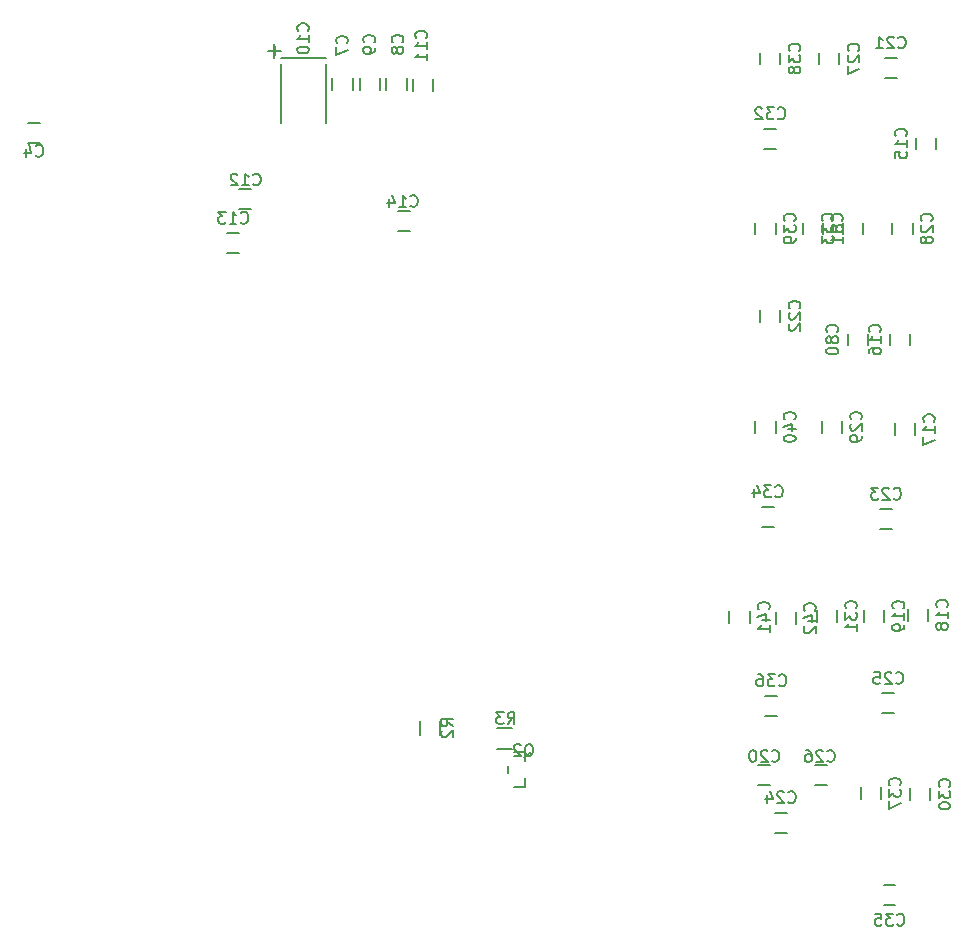
<source format=gbo>
%FSLAX46Y46*%
G04 Gerber Fmt 4.6, Leading zero omitted, Abs format (unit mm)*
G04 Created by KiCad (PCBNEW (2014-10-27 BZR 5228)-product) date 22/01/2015 08:27:09*
%MOMM*%
G01*
G04 APERTURE LIST*
%ADD10C,0.100000*%
%ADD11C,0.150000*%
G04 APERTURE END LIST*
D10*
D11*
X121353200Y-67982200D02*
X120353200Y-67982200D01*
X120353200Y-66282200D02*
X121353200Y-66282200D01*
X147839800Y-62479300D02*
X147839800Y-63479300D01*
X146139800Y-63479300D02*
X146139800Y-62479300D01*
X152411800Y-62479300D02*
X152411800Y-63479300D01*
X150711800Y-63479300D02*
X150711800Y-62479300D01*
X150163900Y-62479300D02*
X150163900Y-63479300D01*
X148463900Y-63479300D02*
X148463900Y-62479300D01*
X154659700Y-62555500D02*
X154659700Y-63555500D01*
X152959700Y-63555500D02*
X152959700Y-62555500D01*
X138200000Y-71850000D02*
X139200000Y-71850000D01*
X139200000Y-73550000D02*
X138200000Y-73550000D01*
X137231500Y-75578600D02*
X138231500Y-75578600D01*
X138231500Y-77278600D02*
X137231500Y-77278600D01*
X151722200Y-73711700D02*
X152722200Y-73711700D01*
X152722200Y-75411700D02*
X151722200Y-75411700D01*
X195550000Y-68500000D02*
X195550000Y-67500000D01*
X197250000Y-67500000D02*
X197250000Y-68500000D01*
X193350000Y-85100000D02*
X193350000Y-84100000D01*
X195050000Y-84100000D02*
X195050000Y-85100000D01*
X195450000Y-91700000D02*
X195450000Y-92700000D01*
X193750000Y-92700000D02*
X193750000Y-91700000D01*
X196550000Y-107400000D02*
X196550000Y-108400000D01*
X194850000Y-108400000D02*
X194850000Y-107400000D01*
X192850000Y-107500000D02*
X192850000Y-108500000D01*
X191150000Y-108500000D02*
X191150000Y-107500000D01*
X183200000Y-122350000D02*
X182200000Y-122350000D01*
X182200000Y-120650000D02*
X183200000Y-120650000D01*
X192900000Y-60750000D02*
X193900000Y-60750000D01*
X193900000Y-62450000D02*
X192900000Y-62450000D01*
X184050000Y-82100000D02*
X184050000Y-83100000D01*
X182350000Y-83100000D02*
X182350000Y-82100000D01*
X192500000Y-98950000D02*
X193500000Y-98950000D01*
X193500000Y-100650000D02*
X192500000Y-100650000D01*
X183600000Y-124650000D02*
X184600000Y-124650000D01*
X184600000Y-126350000D02*
X183600000Y-126350000D01*
X192700000Y-114550000D02*
X193700000Y-114550000D01*
X193700000Y-116250000D02*
X192700000Y-116250000D01*
X188000000Y-122350000D02*
X187000000Y-122350000D01*
X187000000Y-120650000D02*
X188000000Y-120650000D01*
X189050000Y-60300000D02*
X189050000Y-61300000D01*
X187350000Y-61300000D02*
X187350000Y-60300000D01*
X195250000Y-74700000D02*
X195250000Y-75700000D01*
X193550000Y-75700000D02*
X193550000Y-74700000D01*
X189250000Y-91500000D02*
X189250000Y-92500000D01*
X187550000Y-92500000D02*
X187550000Y-91500000D01*
X196750000Y-122600000D02*
X196750000Y-123600000D01*
X195050000Y-123600000D02*
X195050000Y-122600000D01*
X188850000Y-107500000D02*
X188850000Y-108500000D01*
X187150000Y-108500000D02*
X187150000Y-107500000D01*
X182700000Y-66750000D02*
X183700000Y-66750000D01*
X183700000Y-68450000D02*
X182700000Y-68450000D01*
X189350000Y-75700000D02*
X189350000Y-74700000D01*
X191050000Y-74700000D02*
X191050000Y-75700000D01*
X182500000Y-98750000D02*
X183500000Y-98750000D01*
X183500000Y-100450000D02*
X182500000Y-100450000D01*
X193806700Y-132510900D02*
X192806700Y-132510900D01*
X192806700Y-130810900D02*
X193806700Y-130810900D01*
X182800000Y-114750000D02*
X183800000Y-114750000D01*
X183800000Y-116450000D02*
X182800000Y-116450000D01*
X192550000Y-122500000D02*
X192550000Y-123500000D01*
X190850000Y-123500000D02*
X190850000Y-122500000D01*
X184050000Y-60300000D02*
X184050000Y-61300000D01*
X182350000Y-61300000D02*
X182350000Y-60300000D01*
X183650000Y-74700000D02*
X183650000Y-75700000D01*
X181950000Y-75700000D02*
X181950000Y-74700000D01*
X183650000Y-91500000D02*
X183650000Y-92500000D01*
X181950000Y-92500000D02*
X181950000Y-91500000D01*
X181450000Y-107600000D02*
X181450000Y-108600000D01*
X179750000Y-108600000D02*
X179750000Y-107600000D01*
X185350000Y-107700000D02*
X185350000Y-108700000D01*
X183650000Y-108700000D02*
X183650000Y-107700000D01*
X189750000Y-85100000D02*
X189750000Y-84100000D01*
X191450000Y-84100000D02*
X191450000Y-85100000D01*
X187650000Y-74700000D02*
X187650000Y-75700000D01*
X185950000Y-75700000D02*
X185950000Y-74700000D01*
X141775180Y-60741560D02*
X145575020Y-60741560D01*
X141775180Y-66240660D02*
X141775180Y-61241940D01*
X145575020Y-66238120D02*
X145575020Y-61239400D01*
X140672820Y-60139580D02*
X141772640Y-60139580D01*
X141173200Y-59540140D02*
X141173200Y-60739020D01*
X161500000Y-122500000D02*
X162400000Y-122500000D01*
X162400000Y-122500000D02*
X162400000Y-121700000D01*
X161500000Y-119500000D02*
X162400000Y-119500000D01*
X162400000Y-119500000D02*
X162400000Y-120300000D01*
X161000000Y-120700000D02*
X161000000Y-121300000D01*
X153525000Y-116900000D02*
X153525000Y-118100000D01*
X155275000Y-118100000D02*
X155275000Y-116900000D01*
X160100000Y-119275000D02*
X161300000Y-119275000D01*
X161300000Y-117525000D02*
X160100000Y-117525000D01*
X121030266Y-69010243D02*
X121077885Y-69057862D01*
X121220742Y-69105481D01*
X121315980Y-69105481D01*
X121458838Y-69057862D01*
X121554076Y-68962624D01*
X121601695Y-68867386D01*
X121649314Y-68676910D01*
X121649314Y-68534052D01*
X121601695Y-68343576D01*
X121554076Y-68248338D01*
X121458838Y-68153100D01*
X121315980Y-68105481D01*
X121220742Y-68105481D01*
X121077885Y-68153100D01*
X121030266Y-68200719D01*
X120173123Y-68438814D02*
X120173123Y-69105481D01*
X120411219Y-68057862D02*
X120649314Y-68772148D01*
X120030266Y-68772148D01*
X147357143Y-59533334D02*
X147404762Y-59485715D01*
X147452381Y-59342858D01*
X147452381Y-59247620D01*
X147404762Y-59104762D01*
X147309524Y-59009524D01*
X147214286Y-58961905D01*
X147023810Y-58914286D01*
X146880952Y-58914286D01*
X146690476Y-58961905D01*
X146595238Y-59009524D01*
X146500000Y-59104762D01*
X146452381Y-59247620D01*
X146452381Y-59342858D01*
X146500000Y-59485715D01*
X146547619Y-59533334D01*
X146452381Y-59866667D02*
X146452381Y-60533334D01*
X147452381Y-60104762D01*
X152057143Y-59433334D02*
X152104762Y-59385715D01*
X152152381Y-59242858D01*
X152152381Y-59147620D01*
X152104762Y-59004762D01*
X152009524Y-58909524D01*
X151914286Y-58861905D01*
X151723810Y-58814286D01*
X151580952Y-58814286D01*
X151390476Y-58861905D01*
X151295238Y-58909524D01*
X151200000Y-59004762D01*
X151152381Y-59147620D01*
X151152381Y-59242858D01*
X151200000Y-59385715D01*
X151247619Y-59433334D01*
X151580952Y-60004762D02*
X151533333Y-59909524D01*
X151485714Y-59861905D01*
X151390476Y-59814286D01*
X151342857Y-59814286D01*
X151247619Y-59861905D01*
X151200000Y-59909524D01*
X151152381Y-60004762D01*
X151152381Y-60195239D01*
X151200000Y-60290477D01*
X151247619Y-60338096D01*
X151342857Y-60385715D01*
X151390476Y-60385715D01*
X151485714Y-60338096D01*
X151533333Y-60290477D01*
X151580952Y-60195239D01*
X151580952Y-60004762D01*
X151628571Y-59909524D01*
X151676190Y-59861905D01*
X151771429Y-59814286D01*
X151961905Y-59814286D01*
X152057143Y-59861905D01*
X152104762Y-59909524D01*
X152152381Y-60004762D01*
X152152381Y-60195239D01*
X152104762Y-60290477D01*
X152057143Y-60338096D01*
X151961905Y-60385715D01*
X151771429Y-60385715D01*
X151676190Y-60338096D01*
X151628571Y-60290477D01*
X151580952Y-60195239D01*
X149657143Y-59433334D02*
X149704762Y-59385715D01*
X149752381Y-59242858D01*
X149752381Y-59147620D01*
X149704762Y-59004762D01*
X149609524Y-58909524D01*
X149514286Y-58861905D01*
X149323810Y-58814286D01*
X149180952Y-58814286D01*
X148990476Y-58861905D01*
X148895238Y-58909524D01*
X148800000Y-59004762D01*
X148752381Y-59147620D01*
X148752381Y-59242858D01*
X148800000Y-59385715D01*
X148847619Y-59433334D01*
X149752381Y-59909524D02*
X149752381Y-60100000D01*
X149704762Y-60195239D01*
X149657143Y-60242858D01*
X149514286Y-60338096D01*
X149323810Y-60385715D01*
X148942857Y-60385715D01*
X148847619Y-60338096D01*
X148800000Y-60290477D01*
X148752381Y-60195239D01*
X148752381Y-60004762D01*
X148800000Y-59909524D01*
X148847619Y-59861905D01*
X148942857Y-59814286D01*
X149180952Y-59814286D01*
X149276190Y-59861905D01*
X149323810Y-59909524D01*
X149371429Y-60004762D01*
X149371429Y-60195239D01*
X149323810Y-60290477D01*
X149276190Y-60338096D01*
X149180952Y-60385715D01*
X154057143Y-59057143D02*
X154104762Y-59009524D01*
X154152381Y-58866667D01*
X154152381Y-58771429D01*
X154104762Y-58628571D01*
X154009524Y-58533333D01*
X153914286Y-58485714D01*
X153723810Y-58438095D01*
X153580952Y-58438095D01*
X153390476Y-58485714D01*
X153295238Y-58533333D01*
X153200000Y-58628571D01*
X153152381Y-58771429D01*
X153152381Y-58866667D01*
X153200000Y-59009524D01*
X153247619Y-59057143D01*
X154152381Y-60009524D02*
X154152381Y-59438095D01*
X154152381Y-59723809D02*
X153152381Y-59723809D01*
X153295238Y-59628571D01*
X153390476Y-59533333D01*
X153438095Y-59438095D01*
X154152381Y-60961905D02*
X154152381Y-60390476D01*
X154152381Y-60676190D02*
X153152381Y-60676190D01*
X153295238Y-60580952D01*
X153390476Y-60485714D01*
X153438095Y-60390476D01*
X139429957Y-71452943D02*
X139477576Y-71500562D01*
X139620433Y-71548181D01*
X139715671Y-71548181D01*
X139858529Y-71500562D01*
X139953767Y-71405324D01*
X140001386Y-71310086D01*
X140049005Y-71119610D01*
X140049005Y-70976752D01*
X140001386Y-70786276D01*
X139953767Y-70691038D01*
X139858529Y-70595800D01*
X139715671Y-70548181D01*
X139620433Y-70548181D01*
X139477576Y-70595800D01*
X139429957Y-70643419D01*
X138477576Y-71548181D02*
X139049005Y-71548181D01*
X138763291Y-71548181D02*
X138763291Y-70548181D01*
X138858529Y-70691038D01*
X138953767Y-70786276D01*
X139049005Y-70833895D01*
X138096624Y-70643419D02*
X138049005Y-70595800D01*
X137953767Y-70548181D01*
X137715671Y-70548181D01*
X137620433Y-70595800D01*
X137572814Y-70643419D01*
X137525195Y-70738657D01*
X137525195Y-70833895D01*
X137572814Y-70976752D01*
X138144243Y-71548181D01*
X137525195Y-71548181D01*
X138374357Y-74685743D02*
X138421976Y-74733362D01*
X138564833Y-74780981D01*
X138660071Y-74780981D01*
X138802929Y-74733362D01*
X138898167Y-74638124D01*
X138945786Y-74542886D01*
X138993405Y-74352410D01*
X138993405Y-74209552D01*
X138945786Y-74019076D01*
X138898167Y-73923838D01*
X138802929Y-73828600D01*
X138660071Y-73780981D01*
X138564833Y-73780981D01*
X138421976Y-73828600D01*
X138374357Y-73876219D01*
X137421976Y-74780981D02*
X137993405Y-74780981D01*
X137707691Y-74780981D02*
X137707691Y-73780981D01*
X137802929Y-73923838D01*
X137898167Y-74019076D01*
X137993405Y-74066695D01*
X137088643Y-73780981D02*
X136469595Y-73780981D01*
X136802929Y-74161933D01*
X136660071Y-74161933D01*
X136564833Y-74209552D01*
X136517214Y-74257171D01*
X136469595Y-74352410D01*
X136469595Y-74590505D01*
X136517214Y-74685743D01*
X136564833Y-74733362D01*
X136660071Y-74780981D01*
X136945786Y-74780981D01*
X137041024Y-74733362D01*
X137088643Y-74685743D01*
X152738657Y-73288343D02*
X152786276Y-73335962D01*
X152929133Y-73383581D01*
X153024371Y-73383581D01*
X153167229Y-73335962D01*
X153262467Y-73240724D01*
X153310086Y-73145486D01*
X153357705Y-72955010D01*
X153357705Y-72812152D01*
X153310086Y-72621676D01*
X153262467Y-72526438D01*
X153167229Y-72431200D01*
X153024371Y-72383581D01*
X152929133Y-72383581D01*
X152786276Y-72431200D01*
X152738657Y-72478819D01*
X151786276Y-73383581D02*
X152357705Y-73383581D01*
X152071991Y-73383581D02*
X152071991Y-72383581D01*
X152167229Y-72526438D01*
X152262467Y-72621676D01*
X152357705Y-72669295D01*
X150929133Y-72716914D02*
X150929133Y-73383581D01*
X151167229Y-72335962D02*
X151405324Y-73050248D01*
X150786276Y-73050248D01*
X194657143Y-67357143D02*
X194704762Y-67309524D01*
X194752381Y-67166667D01*
X194752381Y-67071429D01*
X194704762Y-66928571D01*
X194609524Y-66833333D01*
X194514286Y-66785714D01*
X194323810Y-66738095D01*
X194180952Y-66738095D01*
X193990476Y-66785714D01*
X193895238Y-66833333D01*
X193800000Y-66928571D01*
X193752381Y-67071429D01*
X193752381Y-67166667D01*
X193800000Y-67309524D01*
X193847619Y-67357143D01*
X194752381Y-68309524D02*
X194752381Y-67738095D01*
X194752381Y-68023809D02*
X193752381Y-68023809D01*
X193895238Y-67928571D01*
X193990476Y-67833333D01*
X194038095Y-67738095D01*
X193752381Y-69214286D02*
X193752381Y-68738095D01*
X194228571Y-68690476D01*
X194180952Y-68738095D01*
X194133333Y-68833333D01*
X194133333Y-69071429D01*
X194180952Y-69166667D01*
X194228571Y-69214286D01*
X194323810Y-69261905D01*
X194561905Y-69261905D01*
X194657143Y-69214286D01*
X194704762Y-69166667D01*
X194752381Y-69071429D01*
X194752381Y-68833333D01*
X194704762Y-68738095D01*
X194657143Y-68690476D01*
X192457143Y-83957143D02*
X192504762Y-83909524D01*
X192552381Y-83766667D01*
X192552381Y-83671429D01*
X192504762Y-83528571D01*
X192409524Y-83433333D01*
X192314286Y-83385714D01*
X192123810Y-83338095D01*
X191980952Y-83338095D01*
X191790476Y-83385714D01*
X191695238Y-83433333D01*
X191600000Y-83528571D01*
X191552381Y-83671429D01*
X191552381Y-83766667D01*
X191600000Y-83909524D01*
X191647619Y-83957143D01*
X192552381Y-84909524D02*
X192552381Y-84338095D01*
X192552381Y-84623809D02*
X191552381Y-84623809D01*
X191695238Y-84528571D01*
X191790476Y-84433333D01*
X191838095Y-84338095D01*
X191552381Y-85766667D02*
X191552381Y-85576190D01*
X191600000Y-85480952D01*
X191647619Y-85433333D01*
X191790476Y-85338095D01*
X191980952Y-85290476D01*
X192361905Y-85290476D01*
X192457143Y-85338095D01*
X192504762Y-85385714D01*
X192552381Y-85480952D01*
X192552381Y-85671429D01*
X192504762Y-85766667D01*
X192457143Y-85814286D01*
X192361905Y-85861905D01*
X192123810Y-85861905D01*
X192028571Y-85814286D01*
X191980952Y-85766667D01*
X191933333Y-85671429D01*
X191933333Y-85480952D01*
X191980952Y-85385714D01*
X192028571Y-85338095D01*
X192123810Y-85290476D01*
X197057143Y-91557143D02*
X197104762Y-91509524D01*
X197152381Y-91366667D01*
X197152381Y-91271429D01*
X197104762Y-91128571D01*
X197009524Y-91033333D01*
X196914286Y-90985714D01*
X196723810Y-90938095D01*
X196580952Y-90938095D01*
X196390476Y-90985714D01*
X196295238Y-91033333D01*
X196200000Y-91128571D01*
X196152381Y-91271429D01*
X196152381Y-91366667D01*
X196200000Y-91509524D01*
X196247619Y-91557143D01*
X197152381Y-92509524D02*
X197152381Y-91938095D01*
X197152381Y-92223809D02*
X196152381Y-92223809D01*
X196295238Y-92128571D01*
X196390476Y-92033333D01*
X196438095Y-91938095D01*
X196152381Y-92842857D02*
X196152381Y-93509524D01*
X197152381Y-93080952D01*
X198157143Y-107257143D02*
X198204762Y-107209524D01*
X198252381Y-107066667D01*
X198252381Y-106971429D01*
X198204762Y-106828571D01*
X198109524Y-106733333D01*
X198014286Y-106685714D01*
X197823810Y-106638095D01*
X197680952Y-106638095D01*
X197490476Y-106685714D01*
X197395238Y-106733333D01*
X197300000Y-106828571D01*
X197252381Y-106971429D01*
X197252381Y-107066667D01*
X197300000Y-107209524D01*
X197347619Y-107257143D01*
X198252381Y-108209524D02*
X198252381Y-107638095D01*
X198252381Y-107923809D02*
X197252381Y-107923809D01*
X197395238Y-107828571D01*
X197490476Y-107733333D01*
X197538095Y-107638095D01*
X197680952Y-108780952D02*
X197633333Y-108685714D01*
X197585714Y-108638095D01*
X197490476Y-108590476D01*
X197442857Y-108590476D01*
X197347619Y-108638095D01*
X197300000Y-108685714D01*
X197252381Y-108780952D01*
X197252381Y-108971429D01*
X197300000Y-109066667D01*
X197347619Y-109114286D01*
X197442857Y-109161905D01*
X197490476Y-109161905D01*
X197585714Y-109114286D01*
X197633333Y-109066667D01*
X197680952Y-108971429D01*
X197680952Y-108780952D01*
X197728571Y-108685714D01*
X197776190Y-108638095D01*
X197871429Y-108590476D01*
X198061905Y-108590476D01*
X198157143Y-108638095D01*
X198204762Y-108685714D01*
X198252381Y-108780952D01*
X198252381Y-108971429D01*
X198204762Y-109066667D01*
X198157143Y-109114286D01*
X198061905Y-109161905D01*
X197871429Y-109161905D01*
X197776190Y-109114286D01*
X197728571Y-109066667D01*
X197680952Y-108971429D01*
X194457143Y-107357143D02*
X194504762Y-107309524D01*
X194552381Y-107166667D01*
X194552381Y-107071429D01*
X194504762Y-106928571D01*
X194409524Y-106833333D01*
X194314286Y-106785714D01*
X194123810Y-106738095D01*
X193980952Y-106738095D01*
X193790476Y-106785714D01*
X193695238Y-106833333D01*
X193600000Y-106928571D01*
X193552381Y-107071429D01*
X193552381Y-107166667D01*
X193600000Y-107309524D01*
X193647619Y-107357143D01*
X194552381Y-108309524D02*
X194552381Y-107738095D01*
X194552381Y-108023809D02*
X193552381Y-108023809D01*
X193695238Y-107928571D01*
X193790476Y-107833333D01*
X193838095Y-107738095D01*
X194552381Y-108785714D02*
X194552381Y-108976190D01*
X194504762Y-109071429D01*
X194457143Y-109119048D01*
X194314286Y-109214286D01*
X194123810Y-109261905D01*
X193742857Y-109261905D01*
X193647619Y-109214286D01*
X193600000Y-109166667D01*
X193552381Y-109071429D01*
X193552381Y-108880952D01*
X193600000Y-108785714D01*
X193647619Y-108738095D01*
X193742857Y-108690476D01*
X193980952Y-108690476D01*
X194076190Y-108738095D01*
X194123810Y-108785714D01*
X194171429Y-108880952D01*
X194171429Y-109071429D01*
X194123810Y-109166667D01*
X194076190Y-109214286D01*
X193980952Y-109261905D01*
X183342857Y-120257143D02*
X183390476Y-120304762D01*
X183533333Y-120352381D01*
X183628571Y-120352381D01*
X183771429Y-120304762D01*
X183866667Y-120209524D01*
X183914286Y-120114286D01*
X183961905Y-119923810D01*
X183961905Y-119780952D01*
X183914286Y-119590476D01*
X183866667Y-119495238D01*
X183771429Y-119400000D01*
X183628571Y-119352381D01*
X183533333Y-119352381D01*
X183390476Y-119400000D01*
X183342857Y-119447619D01*
X182961905Y-119447619D02*
X182914286Y-119400000D01*
X182819048Y-119352381D01*
X182580952Y-119352381D01*
X182485714Y-119400000D01*
X182438095Y-119447619D01*
X182390476Y-119542857D01*
X182390476Y-119638095D01*
X182438095Y-119780952D01*
X183009524Y-120352381D01*
X182390476Y-120352381D01*
X181771429Y-119352381D02*
X181676190Y-119352381D01*
X181580952Y-119400000D01*
X181533333Y-119447619D01*
X181485714Y-119542857D01*
X181438095Y-119733333D01*
X181438095Y-119971429D01*
X181485714Y-120161905D01*
X181533333Y-120257143D01*
X181580952Y-120304762D01*
X181676190Y-120352381D01*
X181771429Y-120352381D01*
X181866667Y-120304762D01*
X181914286Y-120257143D01*
X181961905Y-120161905D01*
X182009524Y-119971429D01*
X182009524Y-119733333D01*
X181961905Y-119542857D01*
X181914286Y-119447619D01*
X181866667Y-119400000D01*
X181771429Y-119352381D01*
X194042857Y-59857143D02*
X194090476Y-59904762D01*
X194233333Y-59952381D01*
X194328571Y-59952381D01*
X194471429Y-59904762D01*
X194566667Y-59809524D01*
X194614286Y-59714286D01*
X194661905Y-59523810D01*
X194661905Y-59380952D01*
X194614286Y-59190476D01*
X194566667Y-59095238D01*
X194471429Y-59000000D01*
X194328571Y-58952381D01*
X194233333Y-58952381D01*
X194090476Y-59000000D01*
X194042857Y-59047619D01*
X193661905Y-59047619D02*
X193614286Y-59000000D01*
X193519048Y-58952381D01*
X193280952Y-58952381D01*
X193185714Y-59000000D01*
X193138095Y-59047619D01*
X193090476Y-59142857D01*
X193090476Y-59238095D01*
X193138095Y-59380952D01*
X193709524Y-59952381D01*
X193090476Y-59952381D01*
X192138095Y-59952381D02*
X192709524Y-59952381D01*
X192423810Y-59952381D02*
X192423810Y-58952381D01*
X192519048Y-59095238D01*
X192614286Y-59190476D01*
X192709524Y-59238095D01*
X185657143Y-81957143D02*
X185704762Y-81909524D01*
X185752381Y-81766667D01*
X185752381Y-81671429D01*
X185704762Y-81528571D01*
X185609524Y-81433333D01*
X185514286Y-81385714D01*
X185323810Y-81338095D01*
X185180952Y-81338095D01*
X184990476Y-81385714D01*
X184895238Y-81433333D01*
X184800000Y-81528571D01*
X184752381Y-81671429D01*
X184752381Y-81766667D01*
X184800000Y-81909524D01*
X184847619Y-81957143D01*
X184847619Y-82338095D02*
X184800000Y-82385714D01*
X184752381Y-82480952D01*
X184752381Y-82719048D01*
X184800000Y-82814286D01*
X184847619Y-82861905D01*
X184942857Y-82909524D01*
X185038095Y-82909524D01*
X185180952Y-82861905D01*
X185752381Y-82290476D01*
X185752381Y-82909524D01*
X184847619Y-83290476D02*
X184800000Y-83338095D01*
X184752381Y-83433333D01*
X184752381Y-83671429D01*
X184800000Y-83766667D01*
X184847619Y-83814286D01*
X184942857Y-83861905D01*
X185038095Y-83861905D01*
X185180952Y-83814286D01*
X185752381Y-83242857D01*
X185752381Y-83861905D01*
X193642857Y-98057143D02*
X193690476Y-98104762D01*
X193833333Y-98152381D01*
X193928571Y-98152381D01*
X194071429Y-98104762D01*
X194166667Y-98009524D01*
X194214286Y-97914286D01*
X194261905Y-97723810D01*
X194261905Y-97580952D01*
X194214286Y-97390476D01*
X194166667Y-97295238D01*
X194071429Y-97200000D01*
X193928571Y-97152381D01*
X193833333Y-97152381D01*
X193690476Y-97200000D01*
X193642857Y-97247619D01*
X193261905Y-97247619D02*
X193214286Y-97200000D01*
X193119048Y-97152381D01*
X192880952Y-97152381D01*
X192785714Y-97200000D01*
X192738095Y-97247619D01*
X192690476Y-97342857D01*
X192690476Y-97438095D01*
X192738095Y-97580952D01*
X193309524Y-98152381D01*
X192690476Y-98152381D01*
X192357143Y-97152381D02*
X191738095Y-97152381D01*
X192071429Y-97533333D01*
X191928571Y-97533333D01*
X191833333Y-97580952D01*
X191785714Y-97628571D01*
X191738095Y-97723810D01*
X191738095Y-97961905D01*
X191785714Y-98057143D01*
X191833333Y-98104762D01*
X191928571Y-98152381D01*
X192214286Y-98152381D01*
X192309524Y-98104762D01*
X192357143Y-98057143D01*
X184742857Y-123757143D02*
X184790476Y-123804762D01*
X184933333Y-123852381D01*
X185028571Y-123852381D01*
X185171429Y-123804762D01*
X185266667Y-123709524D01*
X185314286Y-123614286D01*
X185361905Y-123423810D01*
X185361905Y-123280952D01*
X185314286Y-123090476D01*
X185266667Y-122995238D01*
X185171429Y-122900000D01*
X185028571Y-122852381D01*
X184933333Y-122852381D01*
X184790476Y-122900000D01*
X184742857Y-122947619D01*
X184361905Y-122947619D02*
X184314286Y-122900000D01*
X184219048Y-122852381D01*
X183980952Y-122852381D01*
X183885714Y-122900000D01*
X183838095Y-122947619D01*
X183790476Y-123042857D01*
X183790476Y-123138095D01*
X183838095Y-123280952D01*
X184409524Y-123852381D01*
X183790476Y-123852381D01*
X182933333Y-123185714D02*
X182933333Y-123852381D01*
X183171429Y-122804762D02*
X183409524Y-123519048D01*
X182790476Y-123519048D01*
X193842857Y-113657143D02*
X193890476Y-113704762D01*
X194033333Y-113752381D01*
X194128571Y-113752381D01*
X194271429Y-113704762D01*
X194366667Y-113609524D01*
X194414286Y-113514286D01*
X194461905Y-113323810D01*
X194461905Y-113180952D01*
X194414286Y-112990476D01*
X194366667Y-112895238D01*
X194271429Y-112800000D01*
X194128571Y-112752381D01*
X194033333Y-112752381D01*
X193890476Y-112800000D01*
X193842857Y-112847619D01*
X193461905Y-112847619D02*
X193414286Y-112800000D01*
X193319048Y-112752381D01*
X193080952Y-112752381D01*
X192985714Y-112800000D01*
X192938095Y-112847619D01*
X192890476Y-112942857D01*
X192890476Y-113038095D01*
X192938095Y-113180952D01*
X193509524Y-113752381D01*
X192890476Y-113752381D01*
X191985714Y-112752381D02*
X192461905Y-112752381D01*
X192509524Y-113228571D01*
X192461905Y-113180952D01*
X192366667Y-113133333D01*
X192128571Y-113133333D01*
X192033333Y-113180952D01*
X191985714Y-113228571D01*
X191938095Y-113323810D01*
X191938095Y-113561905D01*
X191985714Y-113657143D01*
X192033333Y-113704762D01*
X192128571Y-113752381D01*
X192366667Y-113752381D01*
X192461905Y-113704762D01*
X192509524Y-113657143D01*
X188042857Y-120257143D02*
X188090476Y-120304762D01*
X188233333Y-120352381D01*
X188328571Y-120352381D01*
X188471429Y-120304762D01*
X188566667Y-120209524D01*
X188614286Y-120114286D01*
X188661905Y-119923810D01*
X188661905Y-119780952D01*
X188614286Y-119590476D01*
X188566667Y-119495238D01*
X188471429Y-119400000D01*
X188328571Y-119352381D01*
X188233333Y-119352381D01*
X188090476Y-119400000D01*
X188042857Y-119447619D01*
X187661905Y-119447619D02*
X187614286Y-119400000D01*
X187519048Y-119352381D01*
X187280952Y-119352381D01*
X187185714Y-119400000D01*
X187138095Y-119447619D01*
X187090476Y-119542857D01*
X187090476Y-119638095D01*
X187138095Y-119780952D01*
X187709524Y-120352381D01*
X187090476Y-120352381D01*
X186233333Y-119352381D02*
X186423810Y-119352381D01*
X186519048Y-119400000D01*
X186566667Y-119447619D01*
X186661905Y-119590476D01*
X186709524Y-119780952D01*
X186709524Y-120161905D01*
X186661905Y-120257143D01*
X186614286Y-120304762D01*
X186519048Y-120352381D01*
X186328571Y-120352381D01*
X186233333Y-120304762D01*
X186185714Y-120257143D01*
X186138095Y-120161905D01*
X186138095Y-119923810D01*
X186185714Y-119828571D01*
X186233333Y-119780952D01*
X186328571Y-119733333D01*
X186519048Y-119733333D01*
X186614286Y-119780952D01*
X186661905Y-119828571D01*
X186709524Y-119923810D01*
X190657143Y-60157143D02*
X190704762Y-60109524D01*
X190752381Y-59966667D01*
X190752381Y-59871429D01*
X190704762Y-59728571D01*
X190609524Y-59633333D01*
X190514286Y-59585714D01*
X190323810Y-59538095D01*
X190180952Y-59538095D01*
X189990476Y-59585714D01*
X189895238Y-59633333D01*
X189800000Y-59728571D01*
X189752381Y-59871429D01*
X189752381Y-59966667D01*
X189800000Y-60109524D01*
X189847619Y-60157143D01*
X189847619Y-60538095D02*
X189800000Y-60585714D01*
X189752381Y-60680952D01*
X189752381Y-60919048D01*
X189800000Y-61014286D01*
X189847619Y-61061905D01*
X189942857Y-61109524D01*
X190038095Y-61109524D01*
X190180952Y-61061905D01*
X190752381Y-60490476D01*
X190752381Y-61109524D01*
X189752381Y-61442857D02*
X189752381Y-62109524D01*
X190752381Y-61680952D01*
X196857143Y-74557143D02*
X196904762Y-74509524D01*
X196952381Y-74366667D01*
X196952381Y-74271429D01*
X196904762Y-74128571D01*
X196809524Y-74033333D01*
X196714286Y-73985714D01*
X196523810Y-73938095D01*
X196380952Y-73938095D01*
X196190476Y-73985714D01*
X196095238Y-74033333D01*
X196000000Y-74128571D01*
X195952381Y-74271429D01*
X195952381Y-74366667D01*
X196000000Y-74509524D01*
X196047619Y-74557143D01*
X196047619Y-74938095D02*
X196000000Y-74985714D01*
X195952381Y-75080952D01*
X195952381Y-75319048D01*
X196000000Y-75414286D01*
X196047619Y-75461905D01*
X196142857Y-75509524D01*
X196238095Y-75509524D01*
X196380952Y-75461905D01*
X196952381Y-74890476D01*
X196952381Y-75509524D01*
X196380952Y-76080952D02*
X196333333Y-75985714D01*
X196285714Y-75938095D01*
X196190476Y-75890476D01*
X196142857Y-75890476D01*
X196047619Y-75938095D01*
X196000000Y-75985714D01*
X195952381Y-76080952D01*
X195952381Y-76271429D01*
X196000000Y-76366667D01*
X196047619Y-76414286D01*
X196142857Y-76461905D01*
X196190476Y-76461905D01*
X196285714Y-76414286D01*
X196333333Y-76366667D01*
X196380952Y-76271429D01*
X196380952Y-76080952D01*
X196428571Y-75985714D01*
X196476190Y-75938095D01*
X196571429Y-75890476D01*
X196761905Y-75890476D01*
X196857143Y-75938095D01*
X196904762Y-75985714D01*
X196952381Y-76080952D01*
X196952381Y-76271429D01*
X196904762Y-76366667D01*
X196857143Y-76414286D01*
X196761905Y-76461905D01*
X196571429Y-76461905D01*
X196476190Y-76414286D01*
X196428571Y-76366667D01*
X196380952Y-76271429D01*
X190857143Y-91357143D02*
X190904762Y-91309524D01*
X190952381Y-91166667D01*
X190952381Y-91071429D01*
X190904762Y-90928571D01*
X190809524Y-90833333D01*
X190714286Y-90785714D01*
X190523810Y-90738095D01*
X190380952Y-90738095D01*
X190190476Y-90785714D01*
X190095238Y-90833333D01*
X190000000Y-90928571D01*
X189952381Y-91071429D01*
X189952381Y-91166667D01*
X190000000Y-91309524D01*
X190047619Y-91357143D01*
X190047619Y-91738095D02*
X190000000Y-91785714D01*
X189952381Y-91880952D01*
X189952381Y-92119048D01*
X190000000Y-92214286D01*
X190047619Y-92261905D01*
X190142857Y-92309524D01*
X190238095Y-92309524D01*
X190380952Y-92261905D01*
X190952381Y-91690476D01*
X190952381Y-92309524D01*
X190952381Y-92785714D02*
X190952381Y-92976190D01*
X190904762Y-93071429D01*
X190857143Y-93119048D01*
X190714286Y-93214286D01*
X190523810Y-93261905D01*
X190142857Y-93261905D01*
X190047619Y-93214286D01*
X190000000Y-93166667D01*
X189952381Y-93071429D01*
X189952381Y-92880952D01*
X190000000Y-92785714D01*
X190047619Y-92738095D01*
X190142857Y-92690476D01*
X190380952Y-92690476D01*
X190476190Y-92738095D01*
X190523810Y-92785714D01*
X190571429Y-92880952D01*
X190571429Y-93071429D01*
X190523810Y-93166667D01*
X190476190Y-93214286D01*
X190380952Y-93261905D01*
X198357143Y-122457143D02*
X198404762Y-122409524D01*
X198452381Y-122266667D01*
X198452381Y-122171429D01*
X198404762Y-122028571D01*
X198309524Y-121933333D01*
X198214286Y-121885714D01*
X198023810Y-121838095D01*
X197880952Y-121838095D01*
X197690476Y-121885714D01*
X197595238Y-121933333D01*
X197500000Y-122028571D01*
X197452381Y-122171429D01*
X197452381Y-122266667D01*
X197500000Y-122409524D01*
X197547619Y-122457143D01*
X197452381Y-122790476D02*
X197452381Y-123409524D01*
X197833333Y-123076190D01*
X197833333Y-123219048D01*
X197880952Y-123314286D01*
X197928571Y-123361905D01*
X198023810Y-123409524D01*
X198261905Y-123409524D01*
X198357143Y-123361905D01*
X198404762Y-123314286D01*
X198452381Y-123219048D01*
X198452381Y-122933333D01*
X198404762Y-122838095D01*
X198357143Y-122790476D01*
X197452381Y-124028571D02*
X197452381Y-124123810D01*
X197500000Y-124219048D01*
X197547619Y-124266667D01*
X197642857Y-124314286D01*
X197833333Y-124361905D01*
X198071429Y-124361905D01*
X198261905Y-124314286D01*
X198357143Y-124266667D01*
X198404762Y-124219048D01*
X198452381Y-124123810D01*
X198452381Y-124028571D01*
X198404762Y-123933333D01*
X198357143Y-123885714D01*
X198261905Y-123838095D01*
X198071429Y-123790476D01*
X197833333Y-123790476D01*
X197642857Y-123838095D01*
X197547619Y-123885714D01*
X197500000Y-123933333D01*
X197452381Y-124028571D01*
X190457143Y-107357143D02*
X190504762Y-107309524D01*
X190552381Y-107166667D01*
X190552381Y-107071429D01*
X190504762Y-106928571D01*
X190409524Y-106833333D01*
X190314286Y-106785714D01*
X190123810Y-106738095D01*
X189980952Y-106738095D01*
X189790476Y-106785714D01*
X189695238Y-106833333D01*
X189600000Y-106928571D01*
X189552381Y-107071429D01*
X189552381Y-107166667D01*
X189600000Y-107309524D01*
X189647619Y-107357143D01*
X189552381Y-107690476D02*
X189552381Y-108309524D01*
X189933333Y-107976190D01*
X189933333Y-108119048D01*
X189980952Y-108214286D01*
X190028571Y-108261905D01*
X190123810Y-108309524D01*
X190361905Y-108309524D01*
X190457143Y-108261905D01*
X190504762Y-108214286D01*
X190552381Y-108119048D01*
X190552381Y-107833333D01*
X190504762Y-107738095D01*
X190457143Y-107690476D01*
X190552381Y-109261905D02*
X190552381Y-108690476D01*
X190552381Y-108976190D02*
X189552381Y-108976190D01*
X189695238Y-108880952D01*
X189790476Y-108785714D01*
X189838095Y-108690476D01*
X183842857Y-65857143D02*
X183890476Y-65904762D01*
X184033333Y-65952381D01*
X184128571Y-65952381D01*
X184271429Y-65904762D01*
X184366667Y-65809524D01*
X184414286Y-65714286D01*
X184461905Y-65523810D01*
X184461905Y-65380952D01*
X184414286Y-65190476D01*
X184366667Y-65095238D01*
X184271429Y-65000000D01*
X184128571Y-64952381D01*
X184033333Y-64952381D01*
X183890476Y-65000000D01*
X183842857Y-65047619D01*
X183509524Y-64952381D02*
X182890476Y-64952381D01*
X183223810Y-65333333D01*
X183080952Y-65333333D01*
X182985714Y-65380952D01*
X182938095Y-65428571D01*
X182890476Y-65523810D01*
X182890476Y-65761905D01*
X182938095Y-65857143D01*
X182985714Y-65904762D01*
X183080952Y-65952381D01*
X183366667Y-65952381D01*
X183461905Y-65904762D01*
X183509524Y-65857143D01*
X182509524Y-65047619D02*
X182461905Y-65000000D01*
X182366667Y-64952381D01*
X182128571Y-64952381D01*
X182033333Y-65000000D01*
X181985714Y-65047619D01*
X181938095Y-65142857D01*
X181938095Y-65238095D01*
X181985714Y-65380952D01*
X182557143Y-65952381D01*
X181938095Y-65952381D01*
X188457143Y-74557143D02*
X188504762Y-74509524D01*
X188552381Y-74366667D01*
X188552381Y-74271429D01*
X188504762Y-74128571D01*
X188409524Y-74033333D01*
X188314286Y-73985714D01*
X188123810Y-73938095D01*
X187980952Y-73938095D01*
X187790476Y-73985714D01*
X187695238Y-74033333D01*
X187600000Y-74128571D01*
X187552381Y-74271429D01*
X187552381Y-74366667D01*
X187600000Y-74509524D01*
X187647619Y-74557143D01*
X187552381Y-74890476D02*
X187552381Y-75509524D01*
X187933333Y-75176190D01*
X187933333Y-75319048D01*
X187980952Y-75414286D01*
X188028571Y-75461905D01*
X188123810Y-75509524D01*
X188361905Y-75509524D01*
X188457143Y-75461905D01*
X188504762Y-75414286D01*
X188552381Y-75319048D01*
X188552381Y-75033333D01*
X188504762Y-74938095D01*
X188457143Y-74890476D01*
X187552381Y-75842857D02*
X187552381Y-76461905D01*
X187933333Y-76128571D01*
X187933333Y-76271429D01*
X187980952Y-76366667D01*
X188028571Y-76414286D01*
X188123810Y-76461905D01*
X188361905Y-76461905D01*
X188457143Y-76414286D01*
X188504762Y-76366667D01*
X188552381Y-76271429D01*
X188552381Y-75985714D01*
X188504762Y-75890476D01*
X188457143Y-75842857D01*
X183642857Y-97857143D02*
X183690476Y-97904762D01*
X183833333Y-97952381D01*
X183928571Y-97952381D01*
X184071429Y-97904762D01*
X184166667Y-97809524D01*
X184214286Y-97714286D01*
X184261905Y-97523810D01*
X184261905Y-97380952D01*
X184214286Y-97190476D01*
X184166667Y-97095238D01*
X184071429Y-97000000D01*
X183928571Y-96952381D01*
X183833333Y-96952381D01*
X183690476Y-97000000D01*
X183642857Y-97047619D01*
X183309524Y-96952381D02*
X182690476Y-96952381D01*
X183023810Y-97333333D01*
X182880952Y-97333333D01*
X182785714Y-97380952D01*
X182738095Y-97428571D01*
X182690476Y-97523810D01*
X182690476Y-97761905D01*
X182738095Y-97857143D01*
X182785714Y-97904762D01*
X182880952Y-97952381D01*
X183166667Y-97952381D01*
X183261905Y-97904762D01*
X183309524Y-97857143D01*
X181833333Y-97285714D02*
X181833333Y-97952381D01*
X182071429Y-96904762D02*
X182309524Y-97619048D01*
X181690476Y-97619048D01*
X193949557Y-134118043D02*
X193997176Y-134165662D01*
X194140033Y-134213281D01*
X194235271Y-134213281D01*
X194378129Y-134165662D01*
X194473367Y-134070424D01*
X194520986Y-133975186D01*
X194568605Y-133784710D01*
X194568605Y-133641852D01*
X194520986Y-133451376D01*
X194473367Y-133356138D01*
X194378129Y-133260900D01*
X194235271Y-133213281D01*
X194140033Y-133213281D01*
X193997176Y-133260900D01*
X193949557Y-133308519D01*
X193616224Y-133213281D02*
X192997176Y-133213281D01*
X193330510Y-133594233D01*
X193187652Y-133594233D01*
X193092414Y-133641852D01*
X193044795Y-133689471D01*
X192997176Y-133784710D01*
X192997176Y-134022805D01*
X193044795Y-134118043D01*
X193092414Y-134165662D01*
X193187652Y-134213281D01*
X193473367Y-134213281D01*
X193568605Y-134165662D01*
X193616224Y-134118043D01*
X192092414Y-133213281D02*
X192568605Y-133213281D01*
X192616224Y-133689471D01*
X192568605Y-133641852D01*
X192473367Y-133594233D01*
X192235271Y-133594233D01*
X192140033Y-133641852D01*
X192092414Y-133689471D01*
X192044795Y-133784710D01*
X192044795Y-134022805D01*
X192092414Y-134118043D01*
X192140033Y-134165662D01*
X192235271Y-134213281D01*
X192473367Y-134213281D01*
X192568605Y-134165662D01*
X192616224Y-134118043D01*
X183942857Y-113857143D02*
X183990476Y-113904762D01*
X184133333Y-113952381D01*
X184228571Y-113952381D01*
X184371429Y-113904762D01*
X184466667Y-113809524D01*
X184514286Y-113714286D01*
X184561905Y-113523810D01*
X184561905Y-113380952D01*
X184514286Y-113190476D01*
X184466667Y-113095238D01*
X184371429Y-113000000D01*
X184228571Y-112952381D01*
X184133333Y-112952381D01*
X183990476Y-113000000D01*
X183942857Y-113047619D01*
X183609524Y-112952381D02*
X182990476Y-112952381D01*
X183323810Y-113333333D01*
X183180952Y-113333333D01*
X183085714Y-113380952D01*
X183038095Y-113428571D01*
X182990476Y-113523810D01*
X182990476Y-113761905D01*
X183038095Y-113857143D01*
X183085714Y-113904762D01*
X183180952Y-113952381D01*
X183466667Y-113952381D01*
X183561905Y-113904762D01*
X183609524Y-113857143D01*
X182133333Y-112952381D02*
X182323810Y-112952381D01*
X182419048Y-113000000D01*
X182466667Y-113047619D01*
X182561905Y-113190476D01*
X182609524Y-113380952D01*
X182609524Y-113761905D01*
X182561905Y-113857143D01*
X182514286Y-113904762D01*
X182419048Y-113952381D01*
X182228571Y-113952381D01*
X182133333Y-113904762D01*
X182085714Y-113857143D01*
X182038095Y-113761905D01*
X182038095Y-113523810D01*
X182085714Y-113428571D01*
X182133333Y-113380952D01*
X182228571Y-113333333D01*
X182419048Y-113333333D01*
X182514286Y-113380952D01*
X182561905Y-113428571D01*
X182609524Y-113523810D01*
X194157143Y-122357143D02*
X194204762Y-122309524D01*
X194252381Y-122166667D01*
X194252381Y-122071429D01*
X194204762Y-121928571D01*
X194109524Y-121833333D01*
X194014286Y-121785714D01*
X193823810Y-121738095D01*
X193680952Y-121738095D01*
X193490476Y-121785714D01*
X193395238Y-121833333D01*
X193300000Y-121928571D01*
X193252381Y-122071429D01*
X193252381Y-122166667D01*
X193300000Y-122309524D01*
X193347619Y-122357143D01*
X193252381Y-122690476D02*
X193252381Y-123309524D01*
X193633333Y-122976190D01*
X193633333Y-123119048D01*
X193680952Y-123214286D01*
X193728571Y-123261905D01*
X193823810Y-123309524D01*
X194061905Y-123309524D01*
X194157143Y-123261905D01*
X194204762Y-123214286D01*
X194252381Y-123119048D01*
X194252381Y-122833333D01*
X194204762Y-122738095D01*
X194157143Y-122690476D01*
X193252381Y-123642857D02*
X193252381Y-124309524D01*
X194252381Y-123880952D01*
X185657143Y-60157143D02*
X185704762Y-60109524D01*
X185752381Y-59966667D01*
X185752381Y-59871429D01*
X185704762Y-59728571D01*
X185609524Y-59633333D01*
X185514286Y-59585714D01*
X185323810Y-59538095D01*
X185180952Y-59538095D01*
X184990476Y-59585714D01*
X184895238Y-59633333D01*
X184800000Y-59728571D01*
X184752381Y-59871429D01*
X184752381Y-59966667D01*
X184800000Y-60109524D01*
X184847619Y-60157143D01*
X184752381Y-60490476D02*
X184752381Y-61109524D01*
X185133333Y-60776190D01*
X185133333Y-60919048D01*
X185180952Y-61014286D01*
X185228571Y-61061905D01*
X185323810Y-61109524D01*
X185561905Y-61109524D01*
X185657143Y-61061905D01*
X185704762Y-61014286D01*
X185752381Y-60919048D01*
X185752381Y-60633333D01*
X185704762Y-60538095D01*
X185657143Y-60490476D01*
X185180952Y-61680952D02*
X185133333Y-61585714D01*
X185085714Y-61538095D01*
X184990476Y-61490476D01*
X184942857Y-61490476D01*
X184847619Y-61538095D01*
X184800000Y-61585714D01*
X184752381Y-61680952D01*
X184752381Y-61871429D01*
X184800000Y-61966667D01*
X184847619Y-62014286D01*
X184942857Y-62061905D01*
X184990476Y-62061905D01*
X185085714Y-62014286D01*
X185133333Y-61966667D01*
X185180952Y-61871429D01*
X185180952Y-61680952D01*
X185228571Y-61585714D01*
X185276190Y-61538095D01*
X185371429Y-61490476D01*
X185561905Y-61490476D01*
X185657143Y-61538095D01*
X185704762Y-61585714D01*
X185752381Y-61680952D01*
X185752381Y-61871429D01*
X185704762Y-61966667D01*
X185657143Y-62014286D01*
X185561905Y-62061905D01*
X185371429Y-62061905D01*
X185276190Y-62014286D01*
X185228571Y-61966667D01*
X185180952Y-61871429D01*
X185257143Y-74557143D02*
X185304762Y-74509524D01*
X185352381Y-74366667D01*
X185352381Y-74271429D01*
X185304762Y-74128571D01*
X185209524Y-74033333D01*
X185114286Y-73985714D01*
X184923810Y-73938095D01*
X184780952Y-73938095D01*
X184590476Y-73985714D01*
X184495238Y-74033333D01*
X184400000Y-74128571D01*
X184352381Y-74271429D01*
X184352381Y-74366667D01*
X184400000Y-74509524D01*
X184447619Y-74557143D01*
X184352381Y-74890476D02*
X184352381Y-75509524D01*
X184733333Y-75176190D01*
X184733333Y-75319048D01*
X184780952Y-75414286D01*
X184828571Y-75461905D01*
X184923810Y-75509524D01*
X185161905Y-75509524D01*
X185257143Y-75461905D01*
X185304762Y-75414286D01*
X185352381Y-75319048D01*
X185352381Y-75033333D01*
X185304762Y-74938095D01*
X185257143Y-74890476D01*
X185352381Y-75985714D02*
X185352381Y-76176190D01*
X185304762Y-76271429D01*
X185257143Y-76319048D01*
X185114286Y-76414286D01*
X184923810Y-76461905D01*
X184542857Y-76461905D01*
X184447619Y-76414286D01*
X184400000Y-76366667D01*
X184352381Y-76271429D01*
X184352381Y-76080952D01*
X184400000Y-75985714D01*
X184447619Y-75938095D01*
X184542857Y-75890476D01*
X184780952Y-75890476D01*
X184876190Y-75938095D01*
X184923810Y-75985714D01*
X184971429Y-76080952D01*
X184971429Y-76271429D01*
X184923810Y-76366667D01*
X184876190Y-76414286D01*
X184780952Y-76461905D01*
X185257143Y-91357143D02*
X185304762Y-91309524D01*
X185352381Y-91166667D01*
X185352381Y-91071429D01*
X185304762Y-90928571D01*
X185209524Y-90833333D01*
X185114286Y-90785714D01*
X184923810Y-90738095D01*
X184780952Y-90738095D01*
X184590476Y-90785714D01*
X184495238Y-90833333D01*
X184400000Y-90928571D01*
X184352381Y-91071429D01*
X184352381Y-91166667D01*
X184400000Y-91309524D01*
X184447619Y-91357143D01*
X184685714Y-92214286D02*
X185352381Y-92214286D01*
X184304762Y-91976190D02*
X185019048Y-91738095D01*
X185019048Y-92357143D01*
X184352381Y-92928571D02*
X184352381Y-93023810D01*
X184400000Y-93119048D01*
X184447619Y-93166667D01*
X184542857Y-93214286D01*
X184733333Y-93261905D01*
X184971429Y-93261905D01*
X185161905Y-93214286D01*
X185257143Y-93166667D01*
X185304762Y-93119048D01*
X185352381Y-93023810D01*
X185352381Y-92928571D01*
X185304762Y-92833333D01*
X185257143Y-92785714D01*
X185161905Y-92738095D01*
X184971429Y-92690476D01*
X184733333Y-92690476D01*
X184542857Y-92738095D01*
X184447619Y-92785714D01*
X184400000Y-92833333D01*
X184352381Y-92928571D01*
X183057143Y-107457143D02*
X183104762Y-107409524D01*
X183152381Y-107266667D01*
X183152381Y-107171429D01*
X183104762Y-107028571D01*
X183009524Y-106933333D01*
X182914286Y-106885714D01*
X182723810Y-106838095D01*
X182580952Y-106838095D01*
X182390476Y-106885714D01*
X182295238Y-106933333D01*
X182200000Y-107028571D01*
X182152381Y-107171429D01*
X182152381Y-107266667D01*
X182200000Y-107409524D01*
X182247619Y-107457143D01*
X182485714Y-108314286D02*
X183152381Y-108314286D01*
X182104762Y-108076190D02*
X182819048Y-107838095D01*
X182819048Y-108457143D01*
X183152381Y-109361905D02*
X183152381Y-108790476D01*
X183152381Y-109076190D02*
X182152381Y-109076190D01*
X182295238Y-108980952D01*
X182390476Y-108885714D01*
X182438095Y-108790476D01*
X186957143Y-107557143D02*
X187004762Y-107509524D01*
X187052381Y-107366667D01*
X187052381Y-107271429D01*
X187004762Y-107128571D01*
X186909524Y-107033333D01*
X186814286Y-106985714D01*
X186623810Y-106938095D01*
X186480952Y-106938095D01*
X186290476Y-106985714D01*
X186195238Y-107033333D01*
X186100000Y-107128571D01*
X186052381Y-107271429D01*
X186052381Y-107366667D01*
X186100000Y-107509524D01*
X186147619Y-107557143D01*
X186385714Y-108414286D02*
X187052381Y-108414286D01*
X186004762Y-108176190D02*
X186719048Y-107938095D01*
X186719048Y-108557143D01*
X186147619Y-108890476D02*
X186100000Y-108938095D01*
X186052381Y-109033333D01*
X186052381Y-109271429D01*
X186100000Y-109366667D01*
X186147619Y-109414286D01*
X186242857Y-109461905D01*
X186338095Y-109461905D01*
X186480952Y-109414286D01*
X187052381Y-108842857D01*
X187052381Y-109461905D01*
X188857143Y-83957143D02*
X188904762Y-83909524D01*
X188952381Y-83766667D01*
X188952381Y-83671429D01*
X188904762Y-83528571D01*
X188809524Y-83433333D01*
X188714286Y-83385714D01*
X188523810Y-83338095D01*
X188380952Y-83338095D01*
X188190476Y-83385714D01*
X188095238Y-83433333D01*
X188000000Y-83528571D01*
X187952381Y-83671429D01*
X187952381Y-83766667D01*
X188000000Y-83909524D01*
X188047619Y-83957143D01*
X188380952Y-84528571D02*
X188333333Y-84433333D01*
X188285714Y-84385714D01*
X188190476Y-84338095D01*
X188142857Y-84338095D01*
X188047619Y-84385714D01*
X188000000Y-84433333D01*
X187952381Y-84528571D01*
X187952381Y-84719048D01*
X188000000Y-84814286D01*
X188047619Y-84861905D01*
X188142857Y-84909524D01*
X188190476Y-84909524D01*
X188285714Y-84861905D01*
X188333333Y-84814286D01*
X188380952Y-84719048D01*
X188380952Y-84528571D01*
X188428571Y-84433333D01*
X188476190Y-84385714D01*
X188571429Y-84338095D01*
X188761905Y-84338095D01*
X188857143Y-84385714D01*
X188904762Y-84433333D01*
X188952381Y-84528571D01*
X188952381Y-84719048D01*
X188904762Y-84814286D01*
X188857143Y-84861905D01*
X188761905Y-84909524D01*
X188571429Y-84909524D01*
X188476190Y-84861905D01*
X188428571Y-84814286D01*
X188380952Y-84719048D01*
X187952381Y-85528571D02*
X187952381Y-85623810D01*
X188000000Y-85719048D01*
X188047619Y-85766667D01*
X188142857Y-85814286D01*
X188333333Y-85861905D01*
X188571429Y-85861905D01*
X188761905Y-85814286D01*
X188857143Y-85766667D01*
X188904762Y-85719048D01*
X188952381Y-85623810D01*
X188952381Y-85528571D01*
X188904762Y-85433333D01*
X188857143Y-85385714D01*
X188761905Y-85338095D01*
X188571429Y-85290476D01*
X188333333Y-85290476D01*
X188142857Y-85338095D01*
X188047619Y-85385714D01*
X188000000Y-85433333D01*
X187952381Y-85528571D01*
X189257143Y-74557143D02*
X189304762Y-74509524D01*
X189352381Y-74366667D01*
X189352381Y-74271429D01*
X189304762Y-74128571D01*
X189209524Y-74033333D01*
X189114286Y-73985714D01*
X188923810Y-73938095D01*
X188780952Y-73938095D01*
X188590476Y-73985714D01*
X188495238Y-74033333D01*
X188400000Y-74128571D01*
X188352381Y-74271429D01*
X188352381Y-74366667D01*
X188400000Y-74509524D01*
X188447619Y-74557143D01*
X188780952Y-75128571D02*
X188733333Y-75033333D01*
X188685714Y-74985714D01*
X188590476Y-74938095D01*
X188542857Y-74938095D01*
X188447619Y-74985714D01*
X188400000Y-75033333D01*
X188352381Y-75128571D01*
X188352381Y-75319048D01*
X188400000Y-75414286D01*
X188447619Y-75461905D01*
X188542857Y-75509524D01*
X188590476Y-75509524D01*
X188685714Y-75461905D01*
X188733333Y-75414286D01*
X188780952Y-75319048D01*
X188780952Y-75128571D01*
X188828571Y-75033333D01*
X188876190Y-74985714D01*
X188971429Y-74938095D01*
X189161905Y-74938095D01*
X189257143Y-74985714D01*
X189304762Y-75033333D01*
X189352381Y-75128571D01*
X189352381Y-75319048D01*
X189304762Y-75414286D01*
X189257143Y-75461905D01*
X189161905Y-75509524D01*
X188971429Y-75509524D01*
X188876190Y-75461905D01*
X188828571Y-75414286D01*
X188780952Y-75319048D01*
X189352381Y-76461905D02*
X189352381Y-75890476D01*
X189352381Y-76176190D02*
X188352381Y-76176190D01*
X188495238Y-76080952D01*
X188590476Y-75985714D01*
X188638095Y-75890476D01*
X144057143Y-58457143D02*
X144104762Y-58409524D01*
X144152381Y-58266667D01*
X144152381Y-58171429D01*
X144104762Y-58028571D01*
X144009524Y-57933333D01*
X143914286Y-57885714D01*
X143723810Y-57838095D01*
X143580952Y-57838095D01*
X143390476Y-57885714D01*
X143295238Y-57933333D01*
X143200000Y-58028571D01*
X143152381Y-58171429D01*
X143152381Y-58266667D01*
X143200000Y-58409524D01*
X143247619Y-58457143D01*
X144152381Y-59409524D02*
X144152381Y-58838095D01*
X144152381Y-59123809D02*
X143152381Y-59123809D01*
X143295238Y-59028571D01*
X143390476Y-58933333D01*
X143438095Y-58838095D01*
X143152381Y-60028571D02*
X143152381Y-60123810D01*
X143200000Y-60219048D01*
X143247619Y-60266667D01*
X143342857Y-60314286D01*
X143533333Y-60361905D01*
X143771429Y-60361905D01*
X143961905Y-60314286D01*
X144057143Y-60266667D01*
X144104762Y-60219048D01*
X144152381Y-60123810D01*
X144152381Y-60028571D01*
X144104762Y-59933333D01*
X144057143Y-59885714D01*
X143961905Y-59838095D01*
X143771429Y-59790476D01*
X143533333Y-59790476D01*
X143342857Y-59838095D01*
X143247619Y-59885714D01*
X143200000Y-59933333D01*
X143152381Y-60028571D01*
X141247169Y-59761168D02*
X141247169Y-60523073D01*
X141628121Y-60142121D02*
X140866216Y-60142121D01*
X162395238Y-119947619D02*
X162490476Y-119900000D01*
X162585714Y-119804762D01*
X162728571Y-119661905D01*
X162823810Y-119614286D01*
X162919048Y-119614286D01*
X162871429Y-119852381D02*
X162966667Y-119804762D01*
X163061905Y-119709524D01*
X163109524Y-119519048D01*
X163109524Y-119185714D01*
X163061905Y-118995238D01*
X162966667Y-118900000D01*
X162871429Y-118852381D01*
X162680952Y-118852381D01*
X162585714Y-118900000D01*
X162490476Y-118995238D01*
X162442857Y-119185714D01*
X162442857Y-119519048D01*
X162490476Y-119709524D01*
X162585714Y-119804762D01*
X162680952Y-119852381D01*
X162871429Y-119852381D01*
X162061905Y-118947619D02*
X162014286Y-118900000D01*
X161919048Y-118852381D01*
X161680952Y-118852381D01*
X161585714Y-118900000D01*
X161538095Y-118947619D01*
X161490476Y-119042857D01*
X161490476Y-119138095D01*
X161538095Y-119280952D01*
X162109524Y-119852381D01*
X161490476Y-119852381D01*
X156352381Y-117333334D02*
X155876190Y-117000000D01*
X156352381Y-116761905D02*
X155352381Y-116761905D01*
X155352381Y-117142858D01*
X155400000Y-117238096D01*
X155447619Y-117285715D01*
X155542857Y-117333334D01*
X155685714Y-117333334D01*
X155780952Y-117285715D01*
X155828571Y-117238096D01*
X155876190Y-117142858D01*
X155876190Y-116761905D01*
X155447619Y-117714286D02*
X155400000Y-117761905D01*
X155352381Y-117857143D01*
X155352381Y-118095239D01*
X155400000Y-118190477D01*
X155447619Y-118238096D01*
X155542857Y-118285715D01*
X155638095Y-118285715D01*
X155780952Y-118238096D01*
X156352381Y-117666667D01*
X156352381Y-118285715D01*
X160966666Y-117152381D02*
X161300000Y-116676190D01*
X161538095Y-117152381D02*
X161538095Y-116152381D01*
X161157142Y-116152381D01*
X161061904Y-116200000D01*
X161014285Y-116247619D01*
X160966666Y-116342857D01*
X160966666Y-116485714D01*
X161014285Y-116580952D01*
X161061904Y-116628571D01*
X161157142Y-116676190D01*
X161538095Y-116676190D01*
X160633333Y-116152381D02*
X160014285Y-116152381D01*
X160347619Y-116533333D01*
X160204761Y-116533333D01*
X160109523Y-116580952D01*
X160061904Y-116628571D01*
X160014285Y-116723810D01*
X160014285Y-116961905D01*
X160061904Y-117057143D01*
X160109523Y-117104762D01*
X160204761Y-117152381D01*
X160490476Y-117152381D01*
X160585714Y-117104762D01*
X160633333Y-117057143D01*
M02*

</source>
